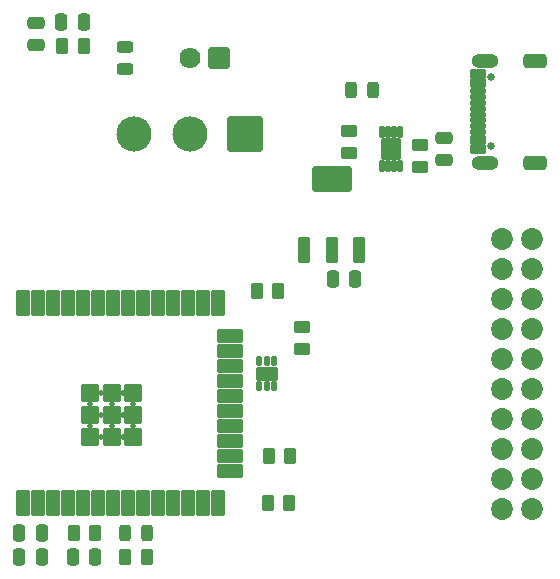
<source format=gbr>
%TF.GenerationSoftware,KiCad,Pcbnew,8.0.6-8.0.6-0~ubuntu24.04.1*%
%TF.CreationDate,2024-10-24T11:21:32+02:00*%
%TF.ProjectId,Projet1,50726f6a-6574-4312-9e6b-696361645f70,rev?*%
%TF.SameCoordinates,Original*%
%TF.FileFunction,Soldermask,Top*%
%TF.FilePolarity,Negative*%
%FSLAX46Y46*%
G04 Gerber Fmt 4.6, Leading zero omitted, Abs format (unit mm)*
G04 Created by KiCad (PCBNEW 8.0.6-8.0.6-0~ubuntu24.04.1) date 2024-10-24 11:21:32*
%MOMM*%
%LPD*%
G01*
G04 APERTURE LIST*
G04 Aperture macros list*
%AMRoundRect*
0 Rectangle with rounded corners*
0 $1 Rounding radius*
0 $2 $3 $4 $5 $6 $7 $8 $9 X,Y pos of 4 corners*
0 Add a 4 corners polygon primitive as box body*
4,1,4,$2,$3,$4,$5,$6,$7,$8,$9,$2,$3,0*
0 Add four circle primitives for the rounded corners*
1,1,$1+$1,$2,$3*
1,1,$1+$1,$4,$5*
1,1,$1+$1,$6,$7*
1,1,$1+$1,$8,$9*
0 Add four rect primitives between the rounded corners*
20,1,$1+$1,$2,$3,$4,$5,0*
20,1,$1+$1,$4,$5,$6,$7,0*
20,1,$1+$1,$6,$7,$8,$9,0*
20,1,$1+$1,$8,$9,$2,$3,0*%
G04 Aperture macros list end*
%ADD10RoundRect,0.250000X-0.450000X0.262500X-0.450000X-0.262500X0.450000X-0.262500X0.450000X0.262500X0*%
%ADD11RoundRect,0.250000X0.262500X0.450000X-0.262500X0.450000X-0.262500X-0.450000X0.262500X-0.450000X0*%
%ADD12RoundRect,0.250000X-0.262500X-0.450000X0.262500X-0.450000X0.262500X0.450000X-0.262500X0.450000X0*%
%ADD13RoundRect,0.250000X0.475000X-0.250000X0.475000X0.250000X-0.475000X0.250000X-0.475000X-0.250000X0*%
%ADD14RoundRect,0.136750X0.410250X-0.950250X0.410250X0.950250X-0.410250X0.950250X-0.410250X-0.950250X0*%
%ADD15RoundRect,0.271750X1.425250X-0.815250X1.425250X0.815250X-1.425250X0.815250X-1.425250X-0.815250X0*%
%ADD16RoundRect,0.102000X1.387500X1.387500X-1.387500X1.387500X-1.387500X-1.387500X1.387500X-1.387500X0*%
%ADD17C,2.979000*%
%ADD18RoundRect,0.102000X0.450000X-1.000000X0.450000X1.000000X-0.450000X1.000000X-0.450000X-1.000000X0*%
%ADD19RoundRect,0.102000X1.000000X-0.450000X1.000000X0.450000X-1.000000X0.450000X-1.000000X-0.450000X0*%
%ADD20RoundRect,0.102000X0.665000X-0.665000X0.665000X0.665000X-0.665000X0.665000X-0.665000X-0.665000X0*%
%ADD21C,0.504000*%
%ADD22RoundRect,0.250000X0.250000X0.475000X-0.250000X0.475000X-0.250000X-0.475000X0.250000X-0.475000X0*%
%ADD23RoundRect,0.059250X-0.177750X0.462750X-0.177750X-0.462750X0.177750X-0.462750X0.177750X0.462750X0*%
%ADD24RoundRect,0.102000X-0.715000X0.815000X-0.715000X-0.815000X0.715000X-0.815000X0.715000X0.815000X0*%
%ADD25C,0.650000*%
%ADD26RoundRect,0.102000X0.575000X-0.300000X0.575000X0.300000X-0.575000X0.300000X-0.575000X-0.300000X0*%
%ADD27RoundRect,0.102000X0.575000X-0.150000X0.575000X0.150000X-0.575000X0.150000X-0.575000X-0.150000X0*%
%ADD28O,2.304000X1.204000*%
%ADD29RoundRect,0.301000X0.701000X-0.301000X0.701000X0.301000X-0.701000X0.301000X-0.701000X-0.301000X0*%
%ADD30C,1.854000*%
%ADD31RoundRect,0.243750X-0.243750X-0.456250X0.243750X-0.456250X0.243750X0.456250X-0.243750X0.456250X0*%
%ADD32RoundRect,0.102000X-0.787500X-0.787500X0.787500X-0.787500X0.787500X0.787500X-0.787500X0.787500X0*%
%ADD33C,1.779000*%
%ADD34RoundRect,0.250000X-0.475000X0.250000X-0.475000X-0.250000X0.475000X-0.250000X0.475000X0.250000X0*%
%ADD35RoundRect,0.102000X0.160000X-0.330000X0.160000X0.330000X-0.160000X0.330000X-0.160000X-0.330000X0*%
%ADD36RoundRect,0.102000X0.800000X-0.500000X0.800000X0.500000X-0.800000X0.500000X-0.800000X-0.500000X0*%
%ADD37RoundRect,0.243750X0.243750X0.456250X-0.243750X0.456250X-0.243750X-0.456250X0.243750X-0.456250X0*%
%ADD38RoundRect,0.250000X0.450000X-0.262500X0.450000X0.262500X-0.450000X0.262500X-0.450000X-0.262500X0*%
%ADD39RoundRect,0.243750X0.456250X-0.243750X0.456250X0.243750X-0.456250X0.243750X-0.456250X-0.243750X0*%
G04 APERTURE END LIST*
D10*
%TO.C,R11*%
X122000000Y-130087500D03*
X122000000Y-131912500D03*
%TD*%
D11*
%TO.C,R9*%
X120000000Y-127000000D03*
X118175000Y-127000000D03*
%TD*%
D12*
%TO.C,R6*%
X119175000Y-141000000D03*
X121000000Y-141000000D03*
%TD*%
D13*
%TO.C,C3*%
X99500000Y-106200000D03*
X99500000Y-104300000D03*
%TD*%
D14*
%TO.C,U2*%
X122200000Y-123550000D03*
X124500000Y-123550000D03*
X126800000Y-123550000D03*
D15*
X124500000Y-117500000D03*
%TD*%
D10*
%TO.C,R1*%
X126000000Y-113500000D03*
X126000000Y-115325000D03*
%TD*%
D16*
%TO.C,S1*%
X117200000Y-113750000D03*
D17*
X112500000Y-113750000D03*
X107800000Y-113750000D03*
%TD*%
D18*
%TO.C,U3*%
X98380000Y-145000000D03*
X99650000Y-145000000D03*
X100920000Y-145000000D03*
X102190000Y-145000000D03*
X103460000Y-145000000D03*
X104730000Y-145000000D03*
X106000000Y-145000000D03*
X107270000Y-145000000D03*
X108540000Y-145000000D03*
X109810000Y-145000000D03*
X111080000Y-145000000D03*
X112350000Y-145000000D03*
X113620000Y-145000000D03*
X114890000Y-145000000D03*
D19*
X115890000Y-142215000D03*
X115890000Y-140945000D03*
X115890000Y-139675000D03*
X115890000Y-138405000D03*
X115890000Y-137135000D03*
X115890000Y-135865000D03*
X115890000Y-134595000D03*
X115890000Y-133325000D03*
X115890000Y-132055000D03*
X115890000Y-130785000D03*
D18*
X114890000Y-128000000D03*
X113620000Y-128000000D03*
X112350000Y-128000000D03*
X111080000Y-128000000D03*
X109810000Y-128000000D03*
X108540000Y-128000000D03*
X107270000Y-128000000D03*
X106000000Y-128000000D03*
X104730000Y-128000000D03*
X103460000Y-128000000D03*
X102190000Y-128000000D03*
X100920000Y-128000000D03*
X99650000Y-128000000D03*
X98380000Y-128000000D03*
D20*
X104045000Y-139335000D03*
X104045000Y-137500000D03*
X104045000Y-135665000D03*
X105880000Y-139335000D03*
X105880000Y-137500000D03*
X105880000Y-135665000D03*
X107715000Y-139335000D03*
X107715000Y-137500000D03*
X107715000Y-135665000D03*
D21*
X104045000Y-138417500D03*
X104045000Y-136582500D03*
X104962500Y-139335000D03*
X104962500Y-137500000D03*
X104962500Y-135665000D03*
X105880000Y-138417500D03*
X105880000Y-136582500D03*
X106797500Y-139335000D03*
X106797500Y-137500000D03*
X106797500Y-135665000D03*
X107715000Y-138417500D03*
X107715000Y-136582500D03*
%TD*%
D22*
%TO.C,C2*%
X103500000Y-104250000D03*
X101600000Y-104250000D03*
%TD*%
D11*
%TO.C,R10*%
X104500000Y-147500000D03*
X102675000Y-147500000D03*
%TD*%
D23*
%TO.C,U1*%
X130250000Y-113565000D03*
X129750000Y-113565000D03*
X129250000Y-113565000D03*
X128750000Y-113565000D03*
X128750000Y-116435000D03*
X129250000Y-116435000D03*
X129750000Y-116435000D03*
X130250000Y-116435000D03*
D24*
X129500000Y-115000000D03*
%TD*%
D22*
%TO.C,C6*%
X99950000Y-149500000D03*
X98050000Y-149500000D03*
%TD*%
D25*
%TO.C,J2*%
X138000000Y-114710000D03*
X138000000Y-108930000D03*
D26*
X136925000Y-115020000D03*
X136925000Y-114220000D03*
D27*
X136925000Y-113070000D03*
X136925000Y-112070000D03*
X136925000Y-111570000D03*
X136925000Y-110570000D03*
D26*
X136925000Y-108620000D03*
X136925000Y-109420000D03*
D27*
X136925000Y-110070000D03*
X136925000Y-111070000D03*
X136925000Y-112570000D03*
X136925000Y-113570000D03*
D28*
X137500000Y-116140000D03*
X137500000Y-107500000D03*
D29*
X141680000Y-116140000D03*
X141680000Y-107500000D03*
%TD*%
D12*
%TO.C,R8*%
X107000000Y-149500000D03*
X108825000Y-149500000D03*
%TD*%
%TO.C,R3*%
X101675000Y-106250000D03*
X103500000Y-106250000D03*
%TD*%
D30*
%TO.C,J1*%
X141500000Y-145500000D03*
X138960000Y-145500000D03*
X141500000Y-142960000D03*
X138960000Y-142960000D03*
X141500000Y-140420000D03*
X138960000Y-140420000D03*
X141500000Y-137880000D03*
X138960000Y-137880000D03*
X141500000Y-135340000D03*
X138960000Y-135340000D03*
X141500000Y-132800000D03*
X138960000Y-132800000D03*
X141500000Y-130260000D03*
X138960000Y-130260000D03*
X141500000Y-127720000D03*
X138960000Y-127720000D03*
X141500000Y-125180000D03*
X138960000Y-125180000D03*
X141500000Y-122640000D03*
X138960000Y-122640000D03*
%TD*%
D22*
%TO.C,C5*%
X104500000Y-149500000D03*
X102600000Y-149500000D03*
%TD*%
%TO.C,C7*%
X99950000Y-147500000D03*
X98050000Y-147500000D03*
%TD*%
D31*
%TO.C,D2*%
X107000000Y-147500000D03*
X108875000Y-147500000D03*
%TD*%
D32*
%TO.C,J3*%
X115000000Y-107250000D03*
D33*
X112500000Y-107250000D03*
%TD*%
D34*
%TO.C,C1*%
X134000000Y-114050000D03*
X134000000Y-115950000D03*
%TD*%
D12*
%TO.C,R5*%
X119087500Y-145000000D03*
X120912500Y-145000000D03*
%TD*%
D35*
%TO.C,U4*%
X118350000Y-135025000D03*
X119000000Y-135025000D03*
X119650000Y-135025000D03*
X119650000Y-132975000D03*
X119000000Y-132975000D03*
X118350000Y-132975000D03*
D36*
X119000000Y-134000000D03*
%TD*%
D37*
%TO.C,D3*%
X128000000Y-110000000D03*
X126125000Y-110000000D03*
%TD*%
D22*
%TO.C,C4*%
X126500000Y-126000000D03*
X124600000Y-126000000D03*
%TD*%
D38*
%TO.C,R2*%
X132000000Y-116500000D03*
X132000000Y-114675000D03*
%TD*%
D39*
%TO.C,D1*%
X107000000Y-108250000D03*
X107000000Y-106375000D03*
%TD*%
M02*

</source>
